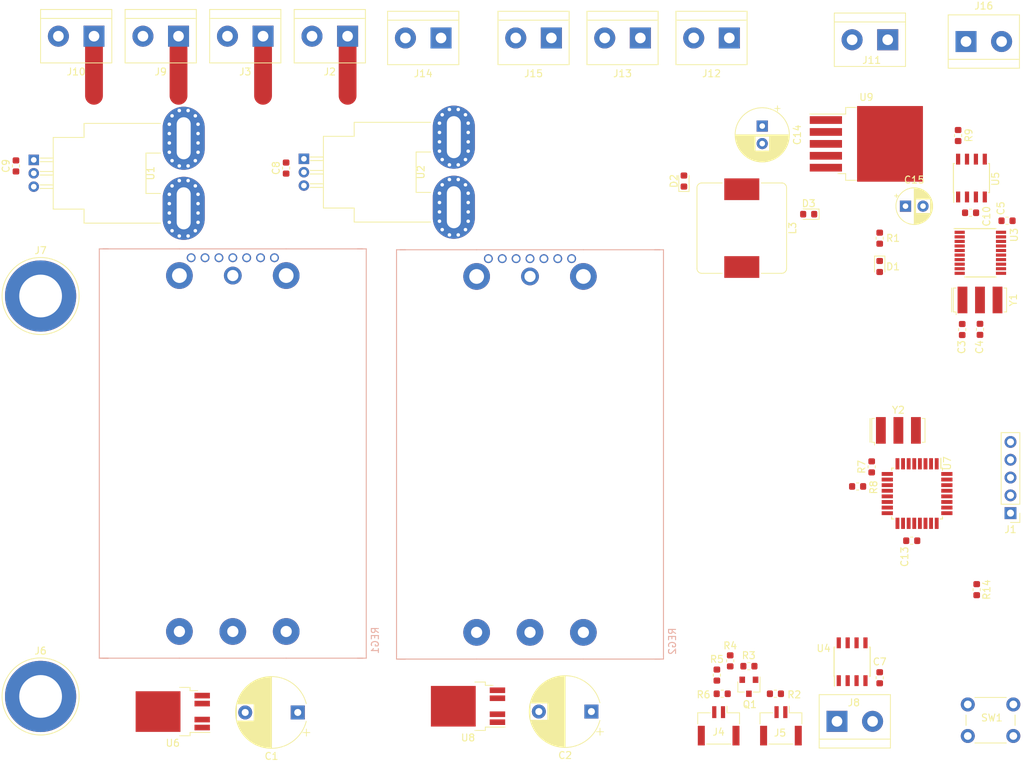
<source format=kicad_pcb>
(kicad_pcb (version 20171130) (host pcbnew "(5.0.0)")
  (layers (0 F.Cu signal) (31 B.Cu signal) (34 B.Paste user) (35 F.Paste user) (36 B.SilkS user) (37 F.SilkS user) (38 B.Mask user) (39 F.Mask user) (44 Edge.Cuts user))
  (net 0 "")
  (net 1 12VA_IN)
  (net 2 +12VA)
  (net 3 +5V)
  (net 4 12VA_SENSE)
  (net 5 GNDREF)
  (net 6 +12V)
  (net 7 12V_IN)
  (net 8 12V_SENSE)
  (net 9 CAN_CS)
  (net 10 TC_CS)
  (net 11 "Net-(R9-Pad2)")
  (net 12 CANL)
  (net 13 CANH)
  (net 14 "Net-(D1-Pad1)")
  (net 15 "Net-(C15-Pad1)")
  (net 16 RESET)
  (net 17 "Net-(U6-Pad4)")
  (net 18 CAN_TX)
  (net 19 CAN_RX)
  (net 20 "Net-(U3-Pad3)")
  (net 21 "Net-(U3-Pad6)")
  (net 22 "Net-(C3-Pad2)")
  (net 23 "Net-(C4-Pad1)")
  (net 24 CAN_INT)
  (net 25 SCK)
  (net 26 MOSI)
  (net 27 MISO)
  (net 28 "Net-(U5-Pad5)")
  (net 29 "Net-(U7-Pad2)")
  (net 30 "Net-(U7-Pad7)")
  (net 31 "Net-(U7-Pad8)")
  (net 32 "Net-(U7-Pad12)")
  (net 33 "Net-(U7-Pad13)")
  (net 34 "Net-(U7-Pad14)")
  (net 35 "Net-(U7-Pad19)")
  (net 36 "Net-(U7-Pad20)")
  (net 37 "Net-(U7-Pad22)")
  (net 38 RX)
  (net 39 TX)
  (net 40 "Net-(J8-Pad1)")
  (net 41 "Net-(J8-Pad2)")
  (net 42 "Net-(REG1-Pad5)")
  (net 43 +48V)
  (net 44 "Net-(REG2-Pad5)")
  (net 45 +5VA)
  (net 46 "Net-(Q1-Pad1)")
  (net 47 TX0RTS)
  (net 48 TX1RTS)
  (net 49 TX2RTS)
  (net 50 RX1BF)
  (net 51 RX_INT)
  (net 52 "Net-(U7-Pad11)")
  (net 53 "Net-(J4-Pad2)")
  (net 54 SHUTOFF)
  (net 55 "Net-(D2-Pad1)")
  (net 56 "Net-(C1-Pad1)")
  (net 57 "Net-(C2-Pad1)")
  (net 58 "Net-(U8-Pad4)")
  (module TerminalBlock:TerminalBlock_bornier-2_P5.08mm (layer F.Cu) (at 138.43 -106.172)
    (fp_text reference J16 (at 2.54 -5.08) (layer F.SilkS))
    (fp_text value Screw_Terminal_01x02)
    (pad 1 thru_hole rect (at 0 0) (size 3 3) (drill 1.52) (layers *.Cu *.Mask) (net 13 CANH))
    (pad 2 thru_hole circle (at 5.08 0) (size 3 3) (drill 1.52) (layers *.Cu *.Mask) (net 12 CANL))
  )
  (module Resistor_SMD:R_0603_1608Metric (layer F.Cu) (at 139.954 -27.94 270)
    (fp_text reference R14 (at 0 -1.43 270) (layer F.SilkS))
    (fp_text value 10k)
    (pad 1 smd roundrect (at -0.7875 0 270) (size 0.875 0.95) (layers F.Cu F.Paste F.Mask) (net 3 +5V))
    (pad 2 smd roundrect (at 0.7875 0 270) (size 0.875 0.95) (layers F.Cu F.Paste F.Mask) (net 16 RESET))
  )
  (module Capacitor_THT:CP_Radial_D5.0mm_P2.50mm (layer F.Cu) (at 129.794 -82.677)
    (fp_text reference C15 (at 1.25 -3.75) (layer F.SilkS))
    (fp_text value 220uF)
    (pad 1 thru_hole rect (at 0 0) (size 1.6 1.6) (drill 0.8) (layers *.Cu *.Mask) (net 15 "Net-(C15-Pad1)"))
    (pad 2 thru_hole circle (at 2.5 0) (size 1.6 1.6) (drill 0.8) (layers *.Cu *.Mask) (net 5 GNDREF))
  )
  (module Capacitor_THT:CP_Radial_D7.5mm_P2.50mm (layer F.Cu) (at 109.347 -94.107 270)
    (fp_text reference C14 (at 1.25 -5 270) (layer F.SilkS))
    (fp_text value 680uF)
    (pad 1 thru_hole rect (at 0 0 270) (size 1.6 1.6) (drill 0.8) (layers *.Cu *.Mask) (net 2 +12VA))
    (pad 2 thru_hole circle (at 2.5 0 270) (size 1.6 1.6) (drill 0.8) (layers *.Cu *.Mask) (net 5 GNDREF))
  )
  (module Inductor_SMD:L_Bourns_SRP1245A (layer F.Cu) (at 106.426 -79.54 270)
    (fp_text reference L3 (at 0 -7.25 270) (layer F.SilkS))
    (fp_text value 33uH)
    (pad 1 smd rect (at -5.55 0 270) (size 3.1 5) (layers F.Cu F.Paste F.Mask) (net 55 "Net-(D2-Pad1)"))
    (pad 2 smd rect (at 5.55 0 270) (size 3.1 5) (layers F.Cu F.Paste F.Mask) (net 15 "Net-(C15-Pad1)"))
  )
  (module Diode_SMD:D_0603_1608Metric (layer F.Cu) (at 115.9765 -81.534 180)
    (fp_text reference D3 (at 0 1.524 180) (layer F.SilkS))
    (fp_text value --)
    (pad 1 smd roundrect (at -0.7875 0 180) (size 0.875 0.95) (layers F.Cu F.Paste F.Mask) (net 3 +5V))
    (pad 2 smd roundrect (at 0.7875 0 180) (size 0.875 0.95) (layers F.Cu F.Paste F.Mask) (net 15 "Net-(C15-Pad1)"))
  )
  (module Package_TO_SOT_SMD:SOT-23 (layer F.Cu) (at 107.442 -14.081 270)
    (fp_text reference Q1 (at 2.524 -0.127) (layer F.SilkS))
    (fp_text value 2N3906)
    (pad 1 smd rect (at -1 -0.95 270) (size 0.9 0.8) (layers F.Cu F.Paste F.Mask) (net 46 "Net-(Q1-Pad1)"))
    (pad 2 smd rect (at -1 0.95 270) (size 0.9 0.8) (layers F.Cu F.Paste F.Mask) (net 45 +5VA))
    (pad 3 smd rect (at 1 0 270) (size 0.9 0.8) (layers F.Cu F.Paste F.Mask) (net 54 SHUTOFF))
  )
  (module Package_TO_SOT_SMD:TO-252-4 (layer F.Cu) (at 67.354 -11.302 180)
    (fp_text reference U8 (at 0 -4.5 180) (layer F.SilkS))
    (fp_text value BTS6163D)
    (pad 3 smd rect (at 2.1 0 180) (size 6.4 5.8) (layers F.Cu F.Mask) (net 43 +48V))
    (pad 5 smd rect (at -4.2 2.28 180) (size 2.2 0.8) (layers F.Cu F.Paste F.Mask) (net 57 "Net-(C2-Pad1)"))
    (pad 4 smd rect (at -4.2 1.14 180) (size 2.2 0.8) (layers F.Cu F.Paste F.Mask) (net 58 "Net-(U8-Pad4)"))
    (pad 2 smd rect (at -4.2 -1.14 180) (size 2.2 0.8) (layers F.Cu F.Paste F.Mask) (net 54 SHUTOFF))
    (pad 1 smd rect (at -4.2 -2.28 180) (size 2.2 0.8) (layers F.Cu F.Paste F.Mask) (net 57 "Net-(C2-Pad1)"))
  )
  (module Package_TO_SOT_SMD:TO-252-4 (layer F.Cu) (at 25.214 -10.541 180)
    (fp_text reference U6 (at 0 -4.5 180) (layer F.SilkS))
    (fp_text value BTS6163D)
    (pad 1 smd rect (at -4.2 -2.28 180) (size 2.2 0.8) (layers F.Cu F.Paste F.Mask) (net 56 "Net-(C1-Pad1)"))
    (pad 2 smd rect (at -4.2 -1.14 180) (size 2.2 0.8) (layers F.Cu F.Paste F.Mask) (net 54 SHUTOFF))
    (pad 4 smd rect (at -4.2 1.14 180) (size 2.2 0.8) (layers F.Cu F.Paste F.Mask) (net 17 "Net-(U6-Pad4)"))
    (pad 5 smd rect (at -4.2 2.28 180) (size 2.2 0.8) (layers F.Cu F.Paste F.Mask) (net 56 "Net-(C1-Pad1)"))
    (pad 3 smd rect (at 2.1 0 180) (size 6.4 5.8) (layers F.Cu F.Mask) (net 43 +48V))
  )
  (module Package_TO_SOT_SMD:TO-263-5_TabPin3 (layer F.Cu) (at 124.206 -91.567)
    (fp_text reference U9 (at 0 -6.65) (layer F.SilkS))
    (fp_text value LM2596S-5)
    (pad 1 smd rect (at -5.775 -3.4) (size 4.6 1.1) (layers F.Cu F.Paste F.Mask) (net 2 +12VA))
    (pad 2 smd rect (at -5.775 -1.7) (size 4.6 1.1) (layers F.Cu F.Paste F.Mask) (net 55 "Net-(D2-Pad1)"))
    (pad 3 smd rect (at -5.775 0) (size 4.6 1.1) (layers F.Cu F.Paste F.Mask) (net 5 GNDREF))
    (pad 4 smd rect (at -5.775 1.7) (size 4.6 1.1) (layers F.Cu F.Paste F.Mask) (net 15 "Net-(C15-Pad1)"))
    (pad 5 smd rect (at -5.775 3.4) (size 4.6 1.1) (layers F.Cu F.Paste F.Mask) (net 5 GNDREF))
    (pad 3 smd rect (at 3.375 0) (size 9.4 10.8) (layers F.Cu F.Mask) (net 5 GNDREF))
  )
  (module Resistor_SMD:R_0603_1608Metric (layer F.Cu) (at 103.632 -13.081)
    (fp_text reference R6 (at -2.667 0.127) (layer F.SilkS))
    (fp_text value 10k)
    (pad 1 smd roundrect (at -0.7875 0) (size 0.875 0.95) (layers F.Cu F.Paste F.Mask) (net 5 GNDREF))
    (pad 2 smd roundrect (at 0.7875 0) (size 0.875 0.95) (layers F.Cu F.Paste F.Mask) (net 54 SHUTOFF))
  )
  (module Connector_PinHeader_2.54mm:PinHeader_1x05_P2.54mm_Vertical (layer F.Cu) (at 144.78 -38.862 180)
    (fp_text reference J1 (at 0 -2.33 180) (layer F.SilkS))
    (fp_text value PROG)
    (pad 1 thru_hole rect (at 0 0 180) (size 1.7 1.7) (drill 1) (layers *.Cu *.Mask) (net 3 +5V))
    (pad 2 thru_hole oval (at 0 2.54 180) (size 1.7 1.7) (drill 1) (layers *.Cu *.Mask) (net 16 RESET))
    (pad 3 thru_hole oval (at 0 5.08 180) (size 1.7 1.7) (drill 1) (layers *.Cu *.Mask) (net 39 TX))
    (pad 4 thru_hole oval (at 0 7.62 180) (size 1.7 1.7) (drill 1) (layers *.Cu *.Mask) (net 38 RX))
    (pad 5 thru_hole oval (at 0 10.16 180) (size 1.7 1.7) (drill 1) (layers *.Cu *.Mask) (net 5 GNDREF))
  )
  (module TerminalBlock:TerminalBlock_bornier-2_P5.08mm (layer F.Cu) (at 91.948 -106.68 180)
    (fp_text reference J13 (at 2.54 -5.08 180) (layer F.SilkS))
    (fp_text value M6)
    (pad 1 thru_hole rect (at 0 0 180) (size 3 3) (drill 1.52) (layers *.Cu *.Mask) (net 2 +12VA))
    (pad 2 thru_hole circle (at 5.08 0 180) (size 3 3) (drill 1.52) (layers *.Cu *.Mask) (net 5 GNDREF))
  )
  (module TerminalBlock:TerminalBlock_bornier-2_P5.08mm (layer F.Cu) (at 13.97 -106.934 180)
    (fp_text reference J10 (at 2.54 -5.08 180) (layer F.SilkS))
    (fp_text value M4)
    (pad 2 thru_hole circle (at 5.08 0 180) (size 3 3) (drill 1.52) (layers *.Cu *.Mask) (net 5 GNDREF))
    (pad 1 thru_hole rect (at 0 0 180) (size 3 3) (drill 1.52) (layers *.Cu *.Mask) (net 6 +12V))
  )
  (module TerminalBlock:TerminalBlock_bornier-2_P5.08mm (layer F.Cu) (at 127.254 -106.426 180)
    (fp_text reference J11 (at 2.286 -2.921 180) (layer F.SilkS))
    (fp_text value MainBoard)
    (pad 1 thru_hole rect (at 0 0 180) (size 3 3) (drill 1.52) (layers *.Cu *.Mask) (net 3 +5V))
    (pad 2 thru_hole circle (at 5.08 0 180) (size 3 3) (drill 1.52) (layers *.Cu *.Mask) (net 5 GNDREF))
  )
  (module TerminalBlock:TerminalBlock_bornier-2_P5.08mm (layer F.Cu) (at 104.648 -106.68 180)
    (fp_text reference J12 (at 2.54 -5.08 180) (layer F.SilkS))
    (fp_text value M5)
    (pad 2 thru_hole circle (at 5.08 0 180) (size 3 3) (drill 1.52) (layers *.Cu *.Mask) (net 5 GNDREF))
    (pad 1 thru_hole rect (at 0 0 180) (size 3 3) (drill 1.52) (layers *.Cu *.Mask) (net 2 +12VA))
  )
  (module TerminalBlock:TerminalBlock_bornier-2_P5.08mm (layer F.Cu) (at 79.248 -106.68 180)
    (fp_text reference J15 (at 2.54 -5.08 180) (layer F.SilkS))
    (fp_text value FAN)
    (pad 1 thru_hole rect (at 0 0 180) (size 3 3) (drill 1.52) (layers *.Cu *.Mask) (net 2 +12VA))
    (pad 2 thru_hole circle (at 5.08 0 180) (size 3 3) (drill 1.52) (layers *.Cu *.Mask) (net 5 GNDREF))
  )
  (module TerminalBlock:TerminalBlock_bornier-2_P5.08mm (layer F.Cu) (at 26.035 -106.934 180)
    (fp_text reference J9 (at 2.54 -5.08 180) (layer F.SilkS))
    (fp_text value M3)
    (pad 2 thru_hole circle (at 5.08 0 180) (size 3 3) (drill 1.52) (layers *.Cu *.Mask) (net 5 GNDREF))
    (pad 1 thru_hole rect (at 0 0 180) (size 3 3) (drill 1.52) (layers *.Cu *.Mask) (net 6 +12V))
  )
  (module TerminalBlock:TerminalBlock_bornier-2_P5.08mm (layer F.Cu) (at 50.165 -106.934 180)
    (fp_text reference J2 (at 2.54 -5.08 180) (layer F.SilkS))
    (fp_text value M1)
    (pad 1 thru_hole rect (at 0 0 180) (size 3 3) (drill 1.52) (layers *.Cu *.Mask) (net 6 +12V))
    (pad 2 thru_hole circle (at 5.08 0 180) (size 3 3) (drill 1.52) (layers *.Cu *.Mask) (net 5 GNDREF))
  )
  (module TerminalBlock:TerminalBlock_bornier-2_P5.08mm (layer F.Cu) (at 63.5 -106.68 180)
    (fp_text reference J14 (at 2.54 -5.08 180) (layer F.SilkS))
    (fp_text value M7)
    (pad 2 thru_hole circle (at 5.08 0 180) (size 3 3) (drill 1.52) (layers *.Cu *.Mask) (net 5 GNDREF))
    (pad 1 thru_hole rect (at 0 0 180) (size 3 3) (drill 1.52) (layers *.Cu *.Mask) (net 2 +12VA))
  )
  (module TerminalBlock:TerminalBlock_bornier-2_P5.08mm (layer F.Cu) (at 38.1 -106.934 180)
    (fp_text reference J3 (at 2.54 -5.08 180) (layer F.SilkS))
    (fp_text value M2)
    (pad 1 thru_hole rect (at 0 0 180) (size 3 3) (drill 1.52) (layers *.Cu *.Mask) (net 6 +12V))
    (pad 2 thru_hole circle (at 5.08 0 180) (size 3 3) (drill 1.52) (layers *.Cu *.Mask) (net 5 GNDREF))
  )
  (module Button_Switch_THT:SW_PUSH_6mm (layer F.Cu) (at 138.684 -11.557)
    (fp_text reference SW1 (at 3.429 1.905) (layer F.SilkS))
    (fp_text value SW_Push)
    (pad 2 thru_hole circle (at 0 4.5 90) (size 2 2) (drill 1.1) (layers *.Cu *.Mask) (net 5 GNDREF))
    (pad 1 thru_hole circle (at 0 0 90) (size 2 2) (drill 1.1) (layers *.Cu *.Mask) (net 16 RESET))
    (pad 2 thru_hole circle (at 6.5 4.5 90) (size 2 2) (drill 1.1) (layers *.Cu *.Mask) (net 5 GNDREF))
    (pad 1 thru_hole circle (at 6.5 0 90) (size 2 2) (drill 1.1) (layers *.Cu *.Mask) (net 16 RESET))
  )
  (module Connector:Banana_Jack_1Pin (layer F.Cu) (at 6.35 -12.7)
    (fp_text reference J6 (at 0 -6.5) (layer F.SilkS))
    (fp_text value Conn_01x01_Male)
    (pad 1 thru_hole circle (at 0 0) (size 10.16 10.16) (drill 6.1) (layers *.Cu *.Mask) (net 43 +48V))
  )
  (module Connector:Banana_Jack_1Pin (layer F.Cu) (at 6.35 -69.85)
    (fp_text reference J7 (at 0 -6.5) (layer F.SilkS))
    (fp_text value Conn_01x01_Male)
    (pad 1 thru_hole circle (at 0 0) (size 10.16 10.16) (drill 6.1) (layers *.Cu *.Mask) (net 5 GNDREF))
  )
  (module Connector_JST:JST_GH_BM02B-GHS-TBT_1x02-1MP_P1.25mm_Vertical (layer F.Cu) (at 103.124 -8.509 180)
    (fp_text reference J4 (at 0 -0.889 180) (layer F.SilkS))
    (fp_text value Conn_01x02_Female)
    (pad MP smd rect (at 2.475 -1.4 180) (size 1 2.8) (layers F.Cu F.Paste F.Mask))
    (pad MP smd rect (at -2.475 -1.4 180) (size 1 2.8) (layers F.Cu F.Paste F.Mask))
    (pad 2 smd rect (at 0.625 1.95 180) (size 0.6 1.7) (layers F.Cu F.Paste F.Mask) (net 53 "Net-(J4-Pad2)"))
    (pad 1 smd rect (at -0.625 1.95 180) (size 0.6 1.7) (layers F.Cu F.Paste F.Mask) (net 5 GNDREF))
  )
  (module Connector_JST:JST_GH_BM02B-GHS-TBT_1x02-1MP_P1.25mm_Vertical (layer F.Cu) (at 112.014 -8.509 180)
    (fp_text reference J5 (at 0.127 -1.016 180) (layer F.SilkS))
    (fp_text value Conn_01x02_Female)
    (pad 1 smd rect (at -0.625 1.95 180) (size 0.6 1.7) (layers F.Cu F.Paste F.Mask) (net 5 GNDREF))
    (pad 2 smd rect (at 0.625 1.95 180) (size 0.6 1.7) (layers F.Cu F.Paste F.Mask) (net 53 "Net-(J4-Pad2)"))
    (pad MP smd rect (at -2.475 -1.4 180) (size 1 2.8) (layers F.Cu F.Paste F.Mask))
    (pad MP smd rect (at 2.475 -1.4 180) (size 1 2.8) (layers F.Cu F.Paste F.Mask))
  )
  (module Crystal:Resonator_SMD-3Pin_7.2x3.0mm (layer F.Cu) (at 128.778 -50.673)
    (fp_text reference Y2 (at 0 -2.9) (layer F.SilkS))
    (fp_text value 16Mhz)
    (pad 3 smd rect (at 2.5 0) (size 1.4 3.8) (layers F.Cu F.Paste F.Mask) (net 30 "Net-(U7-Pad7)"))
    (pad 2 smd rect (at 0 0) (size 1.4 3.8) (layers F.Cu F.Paste F.Mask) (net 5 GNDREF))
    (pad 1 smd rect (at -2.5 0) (size 1.4 3.8) (layers F.Cu F.Paste F.Mask) (net 31 "Net-(U7-Pad8)"))
  )
  (module Crystal:Resonator_SMD-3Pin_7.2x3.0mm (layer F.Cu) (at 140.424785 -69.286935)
    (fp_text reference Y1 (at 4.75084 -0.000973 -270) (layer F.SilkS))
    (fp_text value 16Mhz)
    (pad 1 smd rect (at -2.5 0) (size 1.4 3.8) (layers F.Cu F.Paste F.Mask) (net 22 "Net-(C3-Pad2)"))
    (pad 2 smd rect (at 0 0) (size 1.4 3.8) (layers F.Cu F.Paste F.Mask) (net 23 "Net-(C4-Pad1)"))
    (pad 3 smd rect (at 2.5 0) (size 1.4 3.8) (layers F.Cu F.Paste F.Mask))
  )
  (module TerminalBlock:TerminalBlock_bornier-2_P5.08mm (layer F.Cu) (at 120.015 -9.144)
    (fp_text reference J8 (at 2.413 -2.667) (layer F.SilkS))
    (fp_text value Screw_Terminal_01x02)
    (pad 1 thru_hole rect (at 0 0) (size 3 3) (drill 1.52) (layers *.Cu *.Mask) (net 40 "Net-(J8-Pad1)"))
    (pad 2 thru_hole circle (at 5.08 0) (size 3 3) (drill 1.52) (layers *.Cu *.Mask) (net 41 "Net-(J8-Pad2)"))
  )
  (module Capacitor_SMD:C_0603_1608Metric (layer F.Cu) (at 137.884785 -65.070435 90)
    (fp_text reference C3 (at -2.513527 -0.07516 270) (layer F.SilkS))
    (fp_text value 22pF)
    (pad 2 smd roundrect (at 0.7875 0 90) (size 0.875 0.95) (layers F.Cu F.Paste F.Mask) (net 22 "Net-(C3-Pad2)"))
    (pad 1 smd roundrect (at -0.7875 0 90) (size 0.875 0.95) (layers F.Cu F.Paste F.Mask) (net 5 GNDREF))
  )
  (module Capacitor_SMD:C_0603_1608Metric (layer F.Cu) (at 140.424785 -65.095935 270)
    (fp_text reference C4 (at 2.539027 0.07516 90) (layer F.SilkS))
    (fp_text value 22pF)
    (pad 1 smd roundrect (at -0.7875 0 270) (size 0.875 0.95) (layers F.Cu F.Paste F.Mask) (net 23 "Net-(C4-Pad1)"))
    (pad 2 smd roundrect (at 0.7875 0 270) (size 0.875 0.95) (layers F.Cu F.Paste F.Mask) (net 5 GNDREF))
  )
  (module Capacitor_SMD:C_0603_1608Metric (layer F.Cu) (at 144.286625 -80.590908)
    (fp_text reference C5 (at -0.889 -1.778 -270) (layer F.SilkS))
    (fp_text value 0.1uF)
    (pad 2 smd roundrect (at 0.7875 0) (size 0.875 0.95) (layers F.Cu F.Paste F.Mask) (net 5 GNDREF))
    (pad 1 smd roundrect (at -0.7875 0) (size 0.875 0.95) (layers F.Cu F.Paste F.Mask) (net 3 +5V))
  )
  (module Capacitor_SMD:C_0603_1608Metric (layer F.Cu) (at 126.111 -15.367 90)
    (fp_text reference C7 (at 2.286 0 180) (layer F.SilkS))
    (fp_text value 0.1uF)
    (pad 2 smd roundrect (at 0.7875 0 90) (size 0.875 0.95) (layers F.Cu F.Paste F.Mask) (net 5 GNDREF))
    (pad 1 smd roundrect (at -0.7875 0 90) (size 0.875 0.95) (layers F.Cu F.Paste F.Mask) (net 3 +5V))
  )
  (module Capacitor_SMD:C_0603_1608Metric (layer F.Cu) (at 2.833014 -88.4175 90)
    (fp_text reference C9 (at 0 -1.43 90) (layer F.SilkS))
    (fp_text value 0.1uF)
    (pad 1 smd roundrect (at -0.7875 0 90) (size 0.875 0.95) (layers F.Cu F.Paste F.Mask) (net 3 +5V))
    (pad 2 smd roundrect (at 0.7875 0 90) (size 0.875 0.95) (layers F.Cu F.Paste F.Mask) (net 5 GNDREF))
  )
  (module Capacitor_SMD:C_0603_1608Metric (layer F.Cu) (at 130.683 -34.925)
    (fp_text reference C13 (at -1.016 2.286 90) (layer F.SilkS))
    (fp_text value 0.1uF)
    (pad 1 smd roundrect (at -0.7875 0) (size 0.875 0.95) (layers F.Cu F.Paste F.Mask) (net 3 +5V))
    (pad 2 smd roundrect (at 0.7875 0) (size 0.875 0.95) (layers F.Cu F.Paste F.Mask) (net 5 GNDREF))
  )
  (module Capacitor_SMD:C_0603_1608Metric (layer F.Cu) (at 139.079625 -81.733908 180)
    (fp_text reference C10 (at -2.286 -0.508 270) (layer F.SilkS))
    (fp_text value 0.1uF)
    (pad 2 smd roundrect (at 0.7875 0 180) (size 0.875 0.95) (layers F.Cu F.Paste F.Mask) (net 5 GNDREF))
    (pad 1 smd roundrect (at -0.7875 0 180) (size 0.875 0.95) (layers F.Cu F.Paste F.Mask) (net 3 +5V))
  )
  (module Capacitor_SMD:C_0603_1608Metric (layer F.Cu) (at 41.3893 -88.1125 90)
    (fp_text reference C8 (at 0 -1.43 90) (layer F.SilkS))
    (fp_text value 0.1uF)
    (pad 1 smd roundrect (at -0.7875 0 90) (size 0.875 0.95) (layers F.Cu F.Paste F.Mask) (net 3 +5V))
    (pad 2 smd roundrect (at 0.7875 0 90) (size 0.875 0.95) (layers F.Cu F.Paste F.Mask) (net 5 GNDREF))
  )
  (module Capacitor_THT:CP_Radial_D10.0mm_P7.50mm (layer F.Cu) (at 43.053 -10.414 180)
    (fp_text reference C1 (at 3.75 -6.25 180) (layer F.SilkS))
    (fp_text value 300uF)
    (pad 2 thru_hole circle (at 7.5 0 180) (size 2 2) (drill 1) (layers *.Cu *.Mask) (net 5 GNDREF))
    (pad 1 thru_hole rect (at 0 0 180) (size 2 2) (drill 1) (layers *.Cu *.Mask) (net 56 "Net-(C1-Pad1)"))
  )
  (module Capacitor_THT:CP_Radial_D10.0mm_P7.50mm (layer F.Cu) (at 84.963 -10.541 180)
    (fp_text reference C2 (at 3.75 -6.25 180) (layer F.SilkS))
    (fp_text value 300uF)
    (pad 1 thru_hole rect (at 0 0 180) (size 2 2) (drill 1) (layers *.Cu *.Mask) (net 57 "Net-(C2-Pad1)"))
    (pad 2 thru_hole circle (at 7.5 0 180) (size 2 2) (drill 1) (layers *.Cu *.Mask) (net 5 GNDREF))
  )
  (module Delta-Q54SG_600W:Q54SG (layer B.Cu) (at 68.58 -21.844 90)
    (fp_text reference REG2 (at -1.27 27.94 90) (layer B.SilkS) (effects (justify mirror)))
    (fp_text value StepDownConverter)
    (pad 1 thru_hole circle (at 0 15.24 90) (size 3.81 3.81) (drill 1.6002) (layers *.Cu *.Mask) (net 57 "Net-(C2-Pad1)"))
    (pad 2 thru_hole circle (at 0 7.62 90) (size 3.81 3.81) (drill 1.6002) (layers *.Cu *.Mask) (net 5 GNDREF))
    (pad 3 thru_hole circle (at 0 0 90) (size 3.81 3.81) (drill 1.6002) (layers *.Cu *.Mask) (net 5 GNDREF))
    (pad 6 thru_hole circle (at 50.8 15.24 90) (size 3.81 3.81) (drill 2.1082) (layers *.Cu *.Mask) (net 5 GNDREF))
    (pad 5 thru_hole circle (at 50.8 7.62 90) (size 2.54 2.54) (drill 1.6002) (layers *.Cu *.Mask) (net 44 "Net-(REG2-Pad5)"))
    (pad 4 thru_hole circle (at 50.8 0 90) (size 3.81 3.81) (drill 2.1082) (layers *.Cu *.Mask) (net 1 12VA_IN))
    (pad 7 thru_hole circle (at 53.34 1.6764 90) (size 1.27 1.27) (drill 0.889) (layers *.Cu *.Mask))
    (pad 8 thru_hole circle (at 53.34 3.6576 90) (size 1.27 1.27) (drill 0.889) (layers *.Cu *.Mask))
    (pad 9 thru_hole circle (at 53.34 5.6388 90) (size 1.27 1.27) (drill 0.889) (layers *.Cu *.Mask))
    (pad 10 thru_hole circle (at 53.34 7.62 90) (size 1.27 1.27) (drill 0.889) (layers *.Cu *.Mask))
    (pad 11 thru_hole circle (at 53.34 9.6012 90) (size 1.27 1.27) (drill 0.889) (layers *.Cu *.Mask))
    (pad 12 thru_hole circle (at 53.34 11.5824 90) (size 1.27 1.27) (drill 0.889) (layers *.Cu *.Mask))
    (pad 13 thru_hole circle (at 53.34 13.5636 90) (size 1.27 1.27) (drill 0.889) (layers *.Cu *.Mask))
  )
  (module Delta-Q54SG_600W:Q54SG (layer B.Cu) (at 26.162 -21.971 90)
    (fp_text reference REG1 (at -1.27 27.94 90) (layer B.SilkS) (effects (justify mirror)))
    (fp_text value StepDownConverter)
    (pad 13 thru_hole circle (at 53.34 13.5636 90) (size 1.27 1.27) (drill 0.889) (layers *.Cu *.Mask))
    (pad 12 thru_hole circle (at 53.34 11.5824 90) (size 1.27 1.27) (drill 0.889) (layers *.Cu *.Mask))
    (pad 11 thru_hole circle (at 53.34 9.6012 90) (size 1.27 1.27) (drill 0.889) (layers *.Cu *.Mask))
    (pad 10 thru_hole circle (at 53.34 7.62 90) (size 1.27 1.27) (drill 0.889) (layers *.Cu *.Mask))
    (pad 9 thru_hole circle (at 53.34 5.6388 90) (size 1.27 1.27) (drill 0.889) (layers *.Cu *.Mask))
    (pad 8 thru_hole circle (at 53.34 3.6576 90) (size 1.27 1.27) (drill 0.889) (layers *.Cu *.Mask))
    (pad 7 thru_hole circle (at 53.34 1.6764 90) (size 1.27 1.27) (drill 0.889) (layers *.Cu *.Mask))
    (pad 4 thru_hole circle (at 50.8 0 90) (size 3.81 3.81) (drill 2.1082) (layers *.Cu *.Mask) (net 7 12V_IN))
    (pad 5 thru_hole circle (at 50.8 7.62 90) (size 2.54 2.54) (drill 1.6002) (layers *.Cu *.Mask) (net 42 "Net-(REG1-Pad5)"))
    (pad 6 thru_hole circle (at 50.8 15.24 90) (size 3.81 3.81) (drill 2.1082) (layers *.Cu *.Mask) (net 5 GNDREF))
    (pad 3 thru_hole circle (at 0 0 90) (size 3.81 3.81) (drill 1.6002) (layers *.Cu *.Mask) (net 5 GNDREF))
    (pad 2 thru_hole circle (at 0 7.62 90) (size 3.81 3.81) (drill 1.6002) (layers *.Cu *.Mask) (net 5 GNDREF))
    (pad 1 thru_hole circle (at 0 15.24 90) (size 3.81 3.81) (drill 1.6002) (layers *.Cu *.Mask) (net 56 "Net-(C1-Pad1)"))
  )
  (module Diode_SMD:D_0603_1608Metric (layer F.Cu) (at 98.171 -86.2585 90)
    (fp_text reference D2 (at 0 -1.43 90) (layer F.SilkS))
    (fp_text value 1N5824)
    (pad 1 smd roundrect (at -0.7875 0 90) (size 0.875 0.95) (layers F.Cu F.Paste F.Mask) (net 55 "Net-(D2-Pad1)"))
    (pad 2 smd roundrect (at 0.7875 0 90) (size 0.875 0.95) (layers F.Cu F.Paste F.Mask) (net 5 GNDREF))
  )
  (module LED_SMD:LED_0603_1608Metric (layer F.Cu) (at 126.111 -74.0665 270)
    (fp_text reference D1 (at 0.0255 -1.905) (layer F.SilkS))
    (fp_text value LED)
    (pad 1 smd roundrect (at -0.7875 0 270) (size 0.875 0.95) (layers F.Cu F.Paste F.Mask) (net 14 "Net-(D1-Pad1)"))
    (pad 2 smd roundrect (at 0.7875 0 270) (size 0.875 0.95) (layers F.Cu F.Paste F.Mask) (net 3 +5V))
  )
  (module Package_QFP:TQFP-32_7x7mm_P0.8mm (layer F.Cu) (at 131.445 -41.656 270)
    (fp_text reference U7 (at -4.318 -4.318 270) (layer F.SilkS))
    (fp_text value ATmega328P-AU)
    (pad 1 smd rect (at -4.25 -2.8 270) (size 1.6 0.55) (layers F.Cu F.Paste F.Mask) (net 51 RX_INT))
    (pad 2 smd rect (at -4.25 -2 270) (size 1.6 0.55) (layers F.Cu F.Paste F.Mask) (net 29 "Net-(U7-Pad2)"))
    (pad 3 smd rect (at -4.25 -1.2 270) (size 1.6 0.55) (layers F.Cu F.Paste F.Mask) (net 5 GNDREF))
    (pad 4 smd rect (at -4.25 -0.4 270) (size 1.6 0.55) (layers F.Cu F.Paste F.Mask) (net 3 +5V))
    (pad 5 smd rect (at -4.25 0.4 270) (size 1.6 0.55) (layers F.Cu F.Paste F.Mask) (net 5 GNDREF))
    (pad 6 smd rect (at -4.25 1.2 270) (size 1.6 0.55) (layers F.Cu F.Paste F.Mask) (net 3 +5V))
    (pad 7 smd rect (at -4.25 2 270) (size 1.6 0.55) (layers F.Cu F.Paste F.Mask) (net 30 "Net-(U7-Pad7)"))
    (pad 8 smd rect (at -4.25 2.8 270) (size 1.6 0.55) (layers F.Cu F.Paste F.Mask) (net 31 "Net-(U7-Pad8)"))
    (pad 9 smd rect (at -2.8 4.25) (size 1.6 0.55) (layers F.Cu F.Paste F.Mask) (net 9 CAN_CS))
    (pad 10 smd rect (at -2 4.25) (size 1.6 0.55) (layers F.Cu F.Paste F.Mask) (net 10 TC_CS))
    (pad 11 smd rect (at -1.2 4.25) (size 1.6 0.55) (layers F.Cu F.Paste F.Mask) (net 52 "Net-(U7-Pad11)"))
    (pad 12 smd rect (at -0.4 4.25) (size 1.6 0.55) (layers F.Cu F.Paste F.Mask) (net 32 "Net-(U7-Pad12)"))
    (pad 13 smd rect (at 0.4 4.25) (size 1.6 0.55) (layers F.Cu F.Paste F.Mask) (net 33 "Net-(U7-Pad13)"))
    (pad 14 smd rect (at 1.2 4.25) (size 1.6 0.55) (layers F.Cu F.Paste F.Mask) (net 34 "Net-(U7-Pad14)"))
    (pad 15 smd rect (at 2 4.25) (size 1.6 0.55) (layers F.Cu F.Paste F.Mask) (net 26 MOSI))
    (pad 16 smd rect (at 2.8 4.25) (size 1.6 0.55) (layers F.Cu F.Paste F.Mask) (net 27 MISO))
    (pad 17 smd rect (at 4.25 2.8 270) (size 1.6 0.55) (layers F.Cu F.Paste F.Mask) (net 25 SCK))
    (pad 18 smd rect (at 4.25 2 270) (size 1.6 0.55) (layers F.Cu F.Paste F.Mask) (net 3 +5V))
    (pad 19 smd rect (at 4.25 1.2 270) (size 1.6 0.55) (layers F.Cu F.Paste F.Mask) (net 35 "Net-(U7-Pad19)"))
    (pad 20 smd rect (at 4.25 0.4 270) (size 1.6 0.55) (layers F.Cu F.Paste F.Mask) (net 36 "Net-(U7-Pad20)"))
    (pad 21 smd rect (at 4.25 -0.4 270) (size 1.6 0.55) (layers F.Cu F.Paste F.Mask) (net 5 GNDREF))
    (pad 22 smd rect (at 4.25 -1.2 270) (size 1.6 0.55) (layers F.Cu F.Paste F.Mask) (net 37 "Net-(U7-Pad22)"))
    (pad 23 smd rect (at 4.25 -2 270) (size 1.6 0.55) (layers F.Cu F.Paste F.Mask) (net 8 12V_SENSE))
    (pad 24 smd rect (at 4.25 -2.8 270) (size 1.6 0.55) (layers F.Cu F.Paste F.Mask) (net 4 12VA_SENSE))
    (pad 25 smd rect (at 2.8 -4.25) (size 1.6 0.55) (layers F.Cu F.Paste F.Mask) (net 50 RX1BF))
    (pad 26 smd rect (at 2 -4.25) (size 1.6 0.55) (layers F.Cu F.Paste F.Mask) (net 47 TX0RTS))
    (pad 27 smd rect (at 1.2 -4.25) (size 1.6 0.55) (layers F.Cu F.Paste F.Mask) (net 48 TX1RTS))
    (pad 28 smd rect (at 0.4 -4.25) (size 1.6 0.55) (layers F.Cu F.Paste F.Mask) (net 49 TX2RTS))
    (pad 29 smd rect (at -0.4 -4.25) (size 1.6 0.55) (layers F.Cu F.Paste F.Mask) (net 16 RESET))
    (pad 30 smd rect (at -1.2 -4.25) (size 1.6 0.55) (layers F.Cu F.Paste F.Mask) (net 38 RX))
    (pad 31 smd rect (at -2 -4.25) (size 1.6 0.55) (layers F.Cu F.Paste F.Mask) (net 39 TX))
    (pad 32 smd rect (at -2.8 -4.25) (size 1.6 0.55) (layers F.Cu F.Paste F.Mask) (net 24 CAN_INT))
  )
  (module Package_SO:SOIC-8_3.9x4.9mm_P1.27mm (layer F.Cu) (at 139.206625 -86.686908 90)
    (fp_text reference U5 (at -0.127 3.429 90) (layer F.SilkS))
    (fp_text value MCP2551-I-SN)
    (pad 8 smd rect (at 2.7 -1.905 90) (size 1.55 0.6) (layers F.Cu F.Paste F.Mask) (net 11 "Net-(R9-Pad2)"))
    (pad 7 smd rect (at 2.7 -0.635 90) (size 1.55 0.6) (layers F.Cu F.Paste F.Mask) (net 13 CANH))
    (pad 6 smd rect (at 2.7 0.635 90) (size 1.55 0.6) (layers F.Cu F.Paste F.Mask) (net 12 CANL))
    (pad 5 smd rect (at 2.7 1.905 90) (size 1.55 0.6) (layers F.Cu F.Paste F.Mask) (net 28 "Net-(U5-Pad5)"))
    (pad 4 smd rect (at -2.7 1.905 90) (size 1.55 0.6) (layers F.Cu F.Paste F.Mask) (net 19 CAN_RX))
    (pad 3 smd rect (at -2.7 0.635 90) (size 1.55 0.6) (layers F.Cu F.Paste F.Mask) (net 3 +5V))
    (pad 2 smd rect (at -2.7 -0.635 90) (size 1.55 0.6) (layers F.Cu F.Paste F.Mask) (net 5 GNDREF))
    (pad 1 smd rect (at -2.7 -1.905 90) (size 1.55 0.6) (layers F.Cu F.Paste F.Mask) (net 18 CAN_TX))
  )
  (module Package_SO:SOIC-8_3.9x4.9mm_P1.27mm (layer F.Cu) (at 122.174 -17.653 90)
    (fp_text reference U4 (at 1.905 -4.064 180) (layer F.SilkS))
    (fp_text value MAX31855KASA)
    (pad 1 smd rect (at -2.7 -1.905 90) (size 1.55 0.6) (layers F.Cu F.Paste F.Mask) (net 5 GNDREF))
    (pad 2 smd rect (at -2.7 -0.635 90) (size 1.55 0.6) (layers F.Cu F.Paste F.Mask) (net 40 "Net-(J8-Pad1)"))
    (pad 3 smd rect (at -2.7 0.635 90) (size 1.55 0.6) (layers F.Cu F.Paste F.Mask) (net 41 "Net-(J8-Pad2)"))
    (pad 4 smd rect (at -2.7 1.905 90) (size 1.55 0.6) (layers F.Cu F.Paste F.Mask) (net 3 +5V))
    (pad 5 smd rect (at 2.7 1.905 90) (size 1.55 0.6) (layers F.Cu F.Paste F.Mask) (net 25 SCK))
    (pad 6 smd rect (at 2.7 0.635 90) (size 1.55 0.6) (layers F.Cu F.Paste F.Mask) (net 10 TC_CS))
    (pad 7 smd rect (at 2.7 -0.635 90) (size 1.55 0.6) (layers F.Cu F.Paste F.Mask) (net 27 MISO))
    (pad 8 smd rect (at 2.7 -1.905 90) (size 1.55 0.6) (layers F.Cu F.Paste F.Mask))
  )
  (module Package_SO:TSSOP-20_4.4x6.5mm_P0.65mm (layer F.Cu) (at 140.476625 -76.018908)
    (fp_text reference U3 (at 4.826 -2.54 -270) (layer F.SilkS))
    (fp_text value MCP2515-EST)
    (pad 1 smd rect (at -2.95 -2.925) (size 1.45 0.45) (layers F.Cu F.Paste F.Mask) (net 18 CAN_TX))
    (pad 2 smd rect (at -2.95 -2.275) (size 1.45 0.45) (layers F.Cu F.Paste F.Mask) (net 19 CAN_RX))
    (pad 3 smd rect (at -2.95 -1.625) (size 1.45 0.45) (layers F.Cu F.Paste F.Mask) (net 20 "Net-(U3-Pad3)"))
    (pad 4 smd rect (at -2.95 -0.975) (size 1.45 0.45) (layers F.Cu F.Paste F.Mask) (net 47 TX0RTS))
    (pad 5 smd rect (at -2.95 -0.325) (size 1.45 0.45) (layers F.Cu F.Paste F.Mask) (net 48 TX1RTS))
    (pad 6 smd rect (at -2.95 0.325) (size 1.45 0.45) (layers F.Cu F.Paste F.Mask) (net 21 "Net-(U3-Pad6)"))
    (pad 7 smd rect (at -2.95 0.975) (size 1.45 0.45) (layers F.Cu F.Paste F.Mask) (net 49 TX2RTS))
    (pad 8 smd rect (at -2.95 1.625) (size 1.45 0.45) (layers F.Cu F.Paste F.Mask) (net 22 "Net-(C3-Pad2)"))
    (pad 9 smd rect (at -2.95 2.275) (size 1.45 0.45) (layers F.Cu F.Paste F.Mask) (net 23 "Net-(C4-Pad1)"))
    (pad 10 smd rect (at -2.95 2.925) (size 1.45 0.45) (layers F.Cu F.Paste F.Mask) (net 5 GNDREF))
    (pad 11 smd rect (at 2.95 2.925) (size 1.45 0.45) (layers F.Cu F.Paste F.Mask) (net 50 RX1BF))
    (pad 12 smd rect (at 2.95 2.275) (size 1.45 0.45) (layers F.Cu F.Paste F.Mask) (net 51 RX_INT))
    (pad 13 smd rect (at 2.95 1.625) (size 1.45 0.45) (layers F.Cu F.Paste F.Mask) (net 24 CAN_INT))
    (pad 14 smd rect (at 2.95 0.975) (size 1.45 0.45) (layers F.Cu F.Paste F.Mask) (net 25 SCK))
    (pad 15 smd rect (at 2.95 0.325) (size 1.45 0.45) (layers F.Cu F.Paste F.Mask) (net 22 "Net-(C3-Pad2)"))
    (pad 16 smd rect (at 2.95 -0.325) (size 1.45 0.45) (layers F.Cu F.Paste F.Mask) (net 26 MOSI))
    (pad 17 smd rect (at 2.95 -0.975) (size 1.45 0.45) (layers F.Cu F.Paste F.Mask) (net 27 MISO))
    (pad 18 smd rect (at 2.95 -1.625) (size 1.45 0.45) (layers F.Cu F.Paste F.Mask) (net 9 CAN_CS))
    (pad 19 smd rect (at 2.95 -2.275) (size 1.45 0.45) (layers F.Cu F.Paste F.Mask) (net 16 RESET))
    (pad 20 smd rect (at 2.95 -2.925) (size 1.45 0.45) (layers F.Cu F.Paste F.Mask) (net 3 +5V))
  )
  (module Resistor_SMD:R_0603_1608Metric (layer F.Cu) (at 126.111 -78.105 90)
    (fp_text reference R1 (at 0 1.905 180) (layer F.SilkS))
    (fp_text value 330)
    (pad 1 smd roundrect (at -0.7875 0 90) (size 0.875 0.95) (layers F.Cu F.Paste F.Mask) (net 14 "Net-(D1-Pad1)"))
    (pad 2 smd roundrect (at 0.7875 0 90) (size 0.875 0.95) (layers F.Cu F.Paste F.Mask) (net 5 GNDREF))
  )
  (module Resistor_SMD:R_0603_1608Metric (layer F.Cu) (at 137.301625 -92.757408 270)
    (fp_text reference R9 (at -0.0255 -1.524 90) (layer F.SilkS))
    (fp_text value 4.7k)
    (pad 2 smd roundrect (at 0.7875 0 270) (size 0.875 0.95) (layers F.Cu F.Paste F.Mask) (net 11 "Net-(R9-Pad2)"))
    (pad 1 smd roundrect (at -0.7875 0 270) (size 0.875 0.95) (layers F.Cu F.Paste F.Mask) (net 5 GNDREF))
  )
  (module Resistor_SMD:R_0603_1608Metric (layer F.Cu) (at 122.9615 -42.672)
    (fp_text reference R8 (at 2.286 0.127 90) (layer F.SilkS))
    (fp_text value 10k)
    (pad 1 smd roundrect (at -0.7875 0) (size 0.875 0.95) (layers F.Cu F.Paste F.Mask) (net 3 +5V))
    (pad 2 smd roundrect (at 0.7875 0) (size 0.875 0.95) (layers F.Cu F.Paste F.Mask) (net 10 TC_CS))
  )
  (module Resistor_SMD:R_0603_1608Metric (layer F.Cu) (at 124.968 -45.466 90)
    (fp_text reference R7 (at 0 -1.43 90) (layer F.SilkS))
    (fp_text value 10k)
    (pad 2 smd roundrect (at 0.7875 0 90) (size 0.875 0.95) (layers F.Cu F.Paste F.Mask) (net 3 +5V))
    (pad 1 smd roundrect (at -0.7875 0 90) (size 0.875 0.95) (layers F.Cu F.Paste F.Mask) (net 9 CAN_CS))
  )
  (module Resistor_SMD:R_0603_1608Metric (layer F.Cu) (at 102.87 -15.748 90)
    (fp_text reference R5 (at 2.2605 0 180) (layer F.SilkS))
    (fp_text value 1.1k)
    (pad 2 smd roundrect (at 0.7875 0 90) (size 0.875 0.95) (layers F.Cu F.Paste F.Mask) (net 45 +5VA))
    (pad 1 smd roundrect (at -0.7875 0 90) (size 0.875 0.95) (layers F.Cu F.Paste F.Mask) (net 5 GNDREF))
  )
  (module Resistor_SMD:R_0603_1608Metric (layer F.Cu) (at 104.775 -17.78 90)
    (fp_text reference R4 (at 2.159 0 180) (layer F.SilkS))
    (fp_text value 10k)
    (pad 1 smd roundrect (at -0.7875 0 90) (size 0.875 0.95) (layers F.Cu F.Paste F.Mask) (net 45 +5VA))
    (pad 2 smd roundrect (at 0.7875 0 90) (size 0.875 0.95) (layers F.Cu F.Paste F.Mask) (net 43 +48V))
  )
  (module Resistor_SMD:R_0603_1608Metric (layer F.Cu) (at 107.442 -17.018 180)
    (fp_text reference R3 (at 0.0255 1.524 180) (layer F.SilkS))
    (fp_text value 10k)
    (pad 2 smd roundrect (at 0.7875 0 180) (size 0.875 0.95) (layers F.Cu F.Paste F.Mask) (net 45 +5VA))
    (pad 1 smd roundrect (at -0.7875 0 180) (size 0.875 0.95) (layers F.Cu F.Paste F.Mask) (net 46 "Net-(Q1-Pad1)"))
  )
  (module Resistor_SMD:R_0603_1608Metric (layer F.Cu) (at 111.2265 -13.081 180)
    (fp_text reference R2 (at -2.6925 -0.127 180) (layer F.SilkS))
    (fp_text value 1k)
    (pad 1 smd roundrect (at -0.7875 0 180) (size 0.875 0.95) (layers F.Cu F.Paste F.Mask) (net 53 "Net-(J4-Pad2)"))
    (pad 2 smd roundrect (at 0.7875 0 180) (size 0.875 0.95) (layers F.Cu F.Paste F.Mask) (net 46 "Net-(Q1-Pad1)"))
  )
  (module Sensor_Current:Allegro_CB_PFF (layer F.Cu) (at 5.373014 -89.278417 270)
    (fp_text reference U1 (at 1.91 -16.7 270) (layer F.SilkS))
    (fp_text value ACS758xCB-050B-PFF)
    (pad 5 thru_hole oval (at -3.09 -21.4 270) (size 9 6) (drill oval 6 2) (layers *.Cu *.Mask) (net 6 +12V))
    (pad 4 thru_hole oval (at 6.91 -21.4 270) (size 9 6) (drill oval 6 2) (layers *.Cu *.Mask) (net 7 12V_IN))
    (pad 1 thru_hole rect (at 0 0 270) (size 1.5 1.5) (drill 0.8) (layers *.Cu *.Mask) (net 5 GNDREF))
    (pad 3 thru_hole circle (at 3.82 0 270) (size 1.5 1.5) (drill 0.8) (layers *.Cu *.Mask) (net 8 12V_SENSE))
    (pad 2 thru_hole circle (at 1.91 0 270) (size 1.5 1.5) (drill 0.8) (layers *.Cu *.Mask) (net 3 +5V))
    (pad 5 thru_hole oval (at 0.86 -22.03 205) (size 0.8 0.8) (drill 0.5) (layers *.Cu *.Mask) (net 6 +12V))
    (pad 5 thru_hole oval (at 0.86 -20.77 335) (size 0.8 0.8) (drill 0.5) (layers *.Cu *.Mask) (net 6 +12V))
    (pad 5 thru_hole circle (at 0.11 -19.74 270) (size 0.8 0.8) (drill 0.5) (layers *.Cu *.Mask) (net 6 +12V))
    (pad 5 thru_hole circle (at 0.11 -23.06 270) (size 0.8 0.8) (drill 0.5) (layers *.Cu *.Mask) (net 6 +12V))
    (pad 5 thru_hole circle (at -7.04 -22.03 270) (size 0.8 0.8) (drill 0.5) (layers *.Cu *.Mask) (net 6 +12V))
    (pad 5 thru_hole circle (at -7.04 -20.77 270) (size 0.8 0.8) (drill 0.5) (layers *.Cu *.Mask) (net 6 +12V))
    (pad 5 thru_hole circle (at -6.29 -19.74 270) (size 0.8 0.8) (drill 0.5) (layers *.Cu *.Mask) (net 6 +12V))
    (pad 5 thru_hole circle (at -6.29 -23.06 270) (size 0.8 0.8) (drill 0.5) (layers *.Cu *.Mask) (net 6 +12V))
    (pad 5 thru_hole circle (at -2.42 -19.35 270) (size 0.8 0.8) (drill 0.5) (layers *.Cu *.Mask) (net 6 +12V))
    (pad 5 thru_hole circle (at -3.76 -19.35 270) (size 0.8 0.8) (drill 0.5) (layers *.Cu *.Mask) (net 6 +12V))
    (pad 5 thru_hole circle (at -1.09 -19.35 270) (size 0.8 0.8) (drill 0.5) (layers *.Cu *.Mask) (net 6 +12V))
    (pad 5 thru_hole circle (at -5.09 -19.35 270) (size 0.8 0.8) (drill 0.5) (layers *.Cu *.Mask) (net 6 +12V))
    (pad 5 thru_hole circle (at -2.42 -23.45 270) (size 0.8 0.8) (drill 0.5) (layers *.Cu *.Mask) (net 6 +12V))
    (pad 5 thru_hole circle (at -3.76 -23.45 270) (size 0.8 0.8) (drill 0.5) (layers *.Cu *.Mask) (net 6 +12V))
    (pad 5 thru_hole circle (at -5.09 -23.45 270) (size 0.8 0.8) (drill 0.5) (layers *.Cu *.Mask) (net 6 +12V))
    (pad 5 thru_hole circle (at -1.09 -23.45 270) (size 0.8 0.8) (drill 0.5) (layers *.Cu *.Mask) (net 6 +12V))
    (pad 4 thru_hole circle (at 3.71 -19.74 270) (size 0.8 0.8) (drill 0.5) (layers *.Cu *.Mask) (net 7 12V_IN))
    (pad 4 thru_hole circle (at 3.71 -23.06 270) (size 0.8 0.8) (drill 0.5) (layers *.Cu *.Mask) (net 7 12V_IN))
    (pad 4 thru_hole oval (at 2.96 -20.77 205) (size 0.8 0.8) (drill 0.5) (layers *.Cu *.Mask) (net 7 12V_IN))
    (pad 4 thru_hole oval (at 2.96 -22.03 335) (size 0.8 0.8) (drill 0.5) (layers *.Cu *.Mask) (net 7 12V_IN))
    (pad 4 thru_hole circle (at 10.11 -19.74 270) (size 0.8 0.8) (drill 0.5) (layers *.Cu *.Mask) (net 7 12V_IN))
    (pad 4 thru_hole circle (at 10.11 -23.06 270) (size 0.8 0.8) (drill 0.5) (layers *.Cu *.Mask) (net 7 12V_IN))
    (pad 4 thru_hole circle (at 10.86 -22.03 270) (size 0.8 0.8) (drill 0.5) (layers *.Cu *.Mask) (net 7 12V_IN))
    (pad 4 thru_hole circle (at 8.91 -19.35 270) (size 0.8 0.8) (drill 0.5) (layers *.Cu *.Mask) (net 7 12V_IN))
    (pad 4 thru_hole circle (at 7.58 -19.35 270) (size 0.8 0.8) (drill 0.5) (layers *.Cu *.Mask) (net 7 12V_IN))
    (pad 4 thru_hole circle (at 6.24 -19.35 270) (size 0.8 0.8) (drill 0.5) (layers *.Cu *.Mask) (net 7 12V_IN))
    (pad 4 thru_hole circle (at 4.91 -19.35 270) (size 0.8 0.8) (drill 0.5) (layers *.Cu *.Mask) (net 7 12V_IN))
    (pad 4 thru_hole circle (at 8.91 -23.45 270) (size 0.8 0.8) (drill 0.5) (layers *.Cu *.Mask) (net 7 12V_IN))
    (pad 4 thru_hole circle (at 7.58 -23.45 270) (size 0.8 0.8) (drill 0.5) (layers *.Cu *.Mask) (net 7 12V_IN))
    (pad 4 thru_hole circle (at 6.24 -23.45 270) (size 0.8 0.8) (drill 0.5) (layers *.Cu *.Mask) (net 7 12V_IN))
    (pad 4 thru_hole circle (at 4.91 -23.45 270) (size 0.8 0.8) (drill 0.5) (layers *.Cu *.Mask) (net 7 12V_IN))
    (pad 4 thru_hole circle (at 10.86 -20.77 270) (size 0.8 0.8) (drill 0.5) (layers *.Cu *.Mask) (net 7 12V_IN))
  )
  (module Sensor_Current:Allegro_CB_PFF (layer F.Cu) (at 43.9293 -89.4334 270)
    (fp_text reference U2 (at 1.91 -16.7 270) (layer F.SilkS))
    (fp_text value ACS758xCB-050B-PFF)
    (pad 4 thru_hole circle (at 10.86 -20.77 270) (size 0.8 0.8) (drill 0.5) (layers *.Cu *.Mask) (net 1 12VA_IN))
    (pad 4 thru_hole circle (at 4.91 -23.45 270) (size 0.8 0.8) (drill 0.5) (layers *.Cu *.Mask) (net 1 12VA_IN))
    (pad 4 thru_hole circle (at 6.24 -23.45 270) (size 0.8 0.8) (drill 0.5) (layers *.Cu *.Mask) (net 1 12VA_IN))
    (pad 4 thru_hole circle (at 7.58 -23.45 270) (size 0.8 0.8) (drill 0.5) (layers *.Cu *.Mask) (net 1 12VA_IN))
    (pad 4 thru_hole circle (at 8.91 -23.45 270) (size 0.8 0.8) (drill 0.5) (layers *.Cu *.Mask) (net 1 12VA_IN))
    (pad 4 thru_hole circle (at 4.91 -19.35 270) (size 0.8 0.8) (drill 0.5) (layers *.Cu *.Mask) (net 1 12VA_IN))
    (pad 4 thru_hole circle (at 6.24 -19.35 270) (size 0.8 0.8) (drill 0.5) (layers *.Cu *.Mask) (net 1 12VA_IN))
    (pad 4 thru_hole circle (at 7.58 -19.35 270) (size 0.8 0.8) (drill 0.5) (layers *.Cu *.Mask) (net 1 12VA_IN))
    (pad 4 thru_hole circle (at 8.91 -19.35 270) (size 0.8 0.8) (drill 0.5) (layers *.Cu *.Mask) (net 1 12VA_IN))
    (pad 4 thru_hole circle (at 10.86 -22.03 270) (size 0.8 0.8) (drill 0.5) (layers *.Cu *.Mask) (net 1 12VA_IN))
    (pad 4 thru_hole circle (at 10.11 -23.06 270) (size 0.8 0.8) (drill 0.5) (layers *.Cu *.Mask) (net 1 12VA_IN))
    (pad 4 thru_hole circle (at 10.11 -19.74 270) (size 0.8 0.8) (drill 0.5) (layers *.Cu *.Mask) (net 1 12VA_IN))
    (pad 4 thru_hole oval (at 2.96 -22.03 335) (size 0.8 0.8) (drill 0.5) (layers *.Cu *.Mask) (net 1 12VA_IN))
    (pad 4 thru_hole oval (at 2.96 -20.77 205) (size 0.8 0.8) (drill 0.5) (layers *.Cu *.Mask) (net 1 12VA_IN))
    (pad 4 thru_hole circle (at 3.71 -23.06 270) (size 0.8 0.8) (drill 0.5) (layers *.Cu *.Mask) (net 1 12VA_IN))
    (pad 4 thru_hole circle (at 3.71 -19.74 270) (size 0.8 0.8) (drill 0.5) (layers *.Cu *.Mask) (net 1 12VA_IN))
    (pad 5 thru_hole circle (at -1.09 -23.45 270) (size 0.8 0.8) (drill 0.5) (layers *.Cu *.Mask) (net 2 +12VA))
    (pad 5 thru_hole circle (at -5.09 -23.45 270) (size 0.8 0.8) (drill 0.5) (layers *.Cu *.Mask) (net 2 +12VA))
    (pad 5 thru_hole circle (at -3.76 -23.45 270) (size 0.8 0.8) (drill 0.5) (layers *.Cu *.Mask) (net 2 +12VA))
    (pad 5 thru_hole circle (at -2.42 -23.45 270) (size 0.8 0.8) (drill 0.5) (layers *.Cu *.Mask) (net 2 +12VA))
    (pad 5 thru_hole circle (at -5.09 -19.35 270) (size 0.8 0.8) (drill 0.5) (layers *.Cu *.Mask) (net 2 +12VA))
    (pad 5 thru_hole circle (at -1.09 -19.35 270) (size 0.8 0.8) (drill 0.5) (layers *.Cu *.Mask) (net 2 +12VA))
    (pad 5 thru_hole circle (at -3.76 -19.35 270) (size 0.8 0.8) (drill 0.5) (layers *.Cu *.Mask) (net 2 +12VA))
    (pad 5 thru_hole circle (at -2.42 -19.35 270) (size 0.8 0.8) (drill 0.5) (layers *.Cu *.Mask) (net 2 +12VA))
    (pad 5 thru_hole circle (at -6.29 -23.06 270) (size 0.8 0.8) (drill 0.5) (layers *.Cu *.Mask) (net 2 +12VA))
    (pad 5 thru_hole circle (at -6.29 -19.74 270) (size 0.8 0.8) (drill 0.5) (layers *.Cu *.Mask) (net 2 +12VA))
    (pad 5 thru_hole circle (at -7.04 -20.77 270) (size 0.8 0.8) (drill 0.5) (layers *.Cu *.Mask) (net 2 +12VA))
    (pad 5 thru_hole circle (at -7.04 -22.03 270) (size 0.8 0.8) (drill 0.5) (layers *.Cu *.Mask) (net 2 +12VA))
    (pad 5 thru_hole circle (at 0.11 -23.06 270) (size 0.8 0.8) (drill 0.5) (layers *.Cu *.Mask) (net 2 +12VA))
    (pad 5 thru_hole circle (at 0.11 -19.74 270) (size 0.8 0.8) (drill 0.5) (layers *.Cu *.Mask) (net 2 +12VA))
    (pad 5 thru_hole oval (at 0.86 -20.77 335) (size 0.8 0.8) (drill 0.5) (layers *.Cu *.Mask) (net 2 +12VA))
    (pad 5 thru_hole oval (at 0.86 -22.03 205) (size 0.8 0.8) (drill 0.5) (layers *.Cu *.Mask) (net 2 +12VA))
    (pad 2 thru_hole circle (at 1.91 0 270) (size 1.5 1.5) (drill 0.8) (layers *.Cu *.Mask) (net 3 +5V))
    (pad 3 thru_hole circle (at 3.82 0 270) (size 1.5 1.5) (drill 0.8) (layers *.Cu *.Mask) (net 4 12VA_SENSE))
    (pad 1 thru_hole rect (at 0 0 270) (size 1.5 1.5) (drill 0.8) (layers *.Cu *.Mask) (net 5 GNDREF))
    (pad 4 thru_hole oval (at 6.91 -21.4 270) (size 9 6) (drill oval 6 2) (layers *.Cu *.Mask) (net 1 12VA_IN))
    (pad 5 thru_hole oval (at -3.09 -21.4 270) (size 9 6) (drill oval 6 2) (layers *.Cu *.Mask) (net 2 +12VA))
  )
  (segment (start 13.97 -106.934) (end 13.97 -98.425) (width 2.54) (layer F.Cu) (net 6))
  (segment (start 26.035 -106.934) (end 26.035 -105.184) (width 0.25) (layer F.Cu) (net 6))
  (segment (start 26.035 -105.184) (end 26.035 -98.425) (width 2.54) (layer F.Cu) (net 6))
  (segment (start 50.165 -106.934) (end 50.165 -98.425) (width 2.54) (layer F.Cu) (net 6))
  (segment (start 38.1 -106.934) (end 38.1 -105.184) (width 0.25) (layer F.Cu) (net 6))
  (segment (start 38.1 -105.184) (end 38.1 -98.425) (width 2.54) (layer F.Cu) (net 6))
)
</source>
